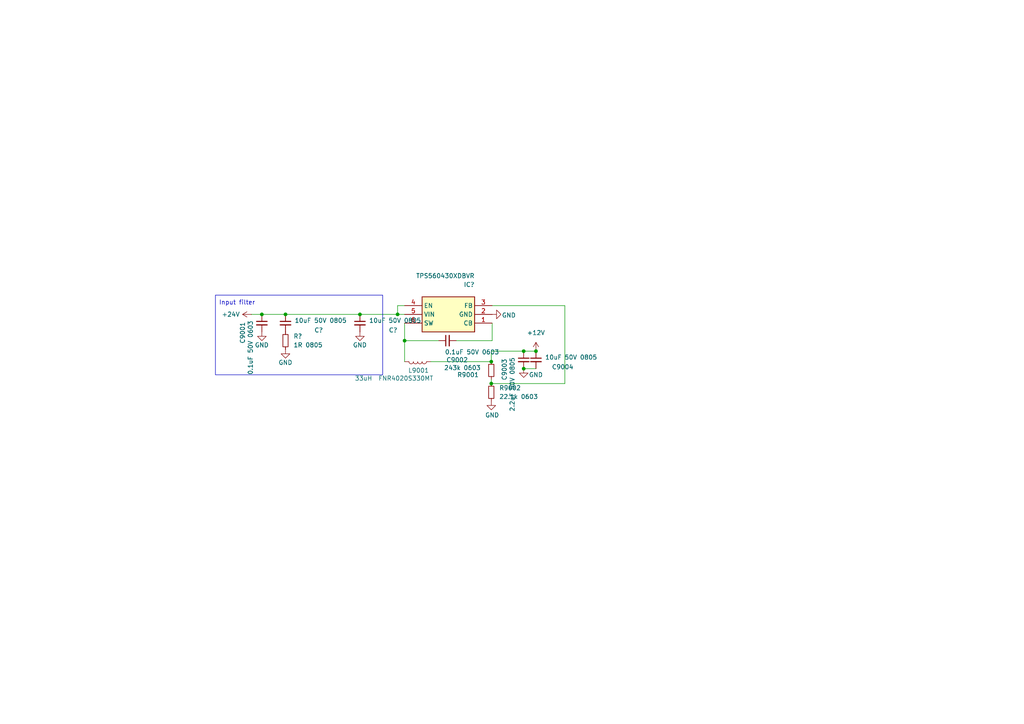
<source format=kicad_sch>
(kicad_sch (version 20231120) (generator "eeschema") (generator_version "8.0")
  (paper "A4")
  (lib_symbols
    (symbol "C_Small_1" (pin_numbers hide) (pin_names (offset 0.254) hide)
      (property "Reference" "C12002" (at 10.922 -2.032 0))
      (property "Value" "10uF 50V 0805" (at 17.78 0.762 0))
      (symbol "C_Small_1_0_1"
        (polyline (pts (xy -1.524 -0.508) (xy 1.524 -0.508)) (stroke (width 0.3302)))
        (polyline (pts (xy -1.524 0.508) (xy 1.524 0.508)) (stroke (width 0.3048)))
      )
      (symbol "C_Small_1_1_1"
        (pin passive line (at 0 2.54 270) (length 2.032) (name "~") (number "1"))
        (pin passive line (at 0 -2.54 90) (length 2.032) (name "~") (number "2"))
      )
    )
    (symbol "C_Small_2" (pin_numbers hide) (pin_names (offset 0.254) hide)
      (property "Reference" "C12003" (at 10.922 -2.032 0))
      (property "Value" "10uF 50V 0805" (at 17.78 0.762 0))
      (symbol "C_Small_2_0_1"
        (polyline (pts (xy -1.524 -0.508) (xy 1.524 -0.508)) (stroke (width 0.3302)))
        (polyline (pts (xy -1.524 0.508) (xy 1.524 0.508)) (stroke (width 0.3048)))
      )
      (symbol "C_Small_2_1_1"
        (pin passive line (at 0 2.54 270) (length 2.032) (name "~") (number "1"))
        (pin passive line (at 0 -2.54 90) (length 2.032) (name "~") (number "2"))
      )
    )
    (symbol "Device:C_Small" (pin_numbers hide) (pin_names (offset 0.254) hide)
      (property "Reference" "C" (at 0.254 1.778 0))
      (property "Value" "C_Small" (at 0.254 -2.032 0))
      (symbol "C_Small_0_1"
        (polyline (pts (xy -1.524 -0.508) (xy 1.524 -0.508)) (stroke (width 0.3302)))
        (polyline (pts (xy -1.524 0.508) (xy 1.524 0.508)) (stroke (width 0.3048)))
      )
      (symbol "C_Small_1_1"
        (pin passive line (at 0 2.54 270) (length 2.032) (name "~") (number "1"))
        (pin passive line (at 0 -2.54 90) (length 2.032) (name "~") (number "2"))
      )
    )
    (symbol "Device:L" (pin_numbers hide) (pin_names (offset 1.016) hide)
      (property "Reference" "L" (at -1.27 0 90))
      (property "Value" "L" (at 1.905 0 90))
      (symbol "L_0_1"
        (arc (start 0 -2.54) (mid 0.6323 -1.905) (end 0 -1.27))
        (arc (start 0 -1.27) (mid 0.6323 -0.635) (end 0 0))
        (arc (start 0 0) (mid 0.6323 0.635) (end 0 1.27))
        (arc (start 0 1.27) (mid 0.6323 1.905) (end 0 2.54))
      )
      (symbol "L_1_1"
        (pin passive line (at 0 3.81 270) (length 1.27) (name "1") (number "1"))
        (pin passive line (at 0 -3.81 90) (length 1.27) (name "2") (number "2"))
      )
    )
    (symbol "Device:R_Small" (pin_numbers hide) (pin_names (offset 0.254) hide)
      (property "Reference" "R" (at 0.762 0.508 0))
      (property "Value" "R_Small" (at 0.762 -1.016 0))
      (symbol "R_Small_0_1"
        (rectangle (start -0.762 1.778) (end 0.762 -1.778) (stroke (width 0.2032)))
      )
      (symbol "R_Small_1_1"
        (pin passive line (at 0 2.54 270) (length 0.762) (name "~") (number "1"))
        (pin passive line (at 0 -2.54 90) (length 0.762) (name "~") (number "2"))
      )
    )
    (symbol "R_Small_1" (pin_numbers hide) (pin_names (offset 0.254) hide)
      (property "Reference" "R12003" (at 2.286 1.2701 0))
      (property "Value" "1R 0805" (at 2.286 -1.2699 0))
      (symbol "R_Small_1_0_1"
        (rectangle (start -0.762 1.778) (end 0.762 -1.778) (stroke (width 0.2032)))
      )
      (symbol "R_Small_1_1_1"
        (pin passive line (at 0 2.54 270) (length 0.762) (name "~") (number "1"))
        (pin passive line (at 0 -2.54 90) (length 0.762) (name "~") (number "2"))
      )
    )
    (symbol "aaa:TPS560430XDBVR"
      (property "Reference" "IC12001" (at 5.08 -11.176 0))
      (property "Value" "TPS560430XDBVR" (at 5.08 -13.716 0))
      (symbol "TPS560430XDBVR_1_1"
        (rectangle (start 5.08 2.54) (end 20.32 -7.62) (stroke (width 0.254)) (fill (type background)))
        (pin passive line (at 0 0 0) (length 5.08) (name "CB") (number "1"))
        (pin passive line (at 0 -2.54 0) (length 5.08) (name "GND") (number "2"))
        (pin passive line (at 0 -5.08 0) (length 5.08) (name "FB") (number "3"))
        (pin passive line (at 25.4 -5.08 180) (length 5.08) (name "EN") (number "4"))
        (pin passive line (at 25.4 -2.54 180) (length 5.08) (name "VIN") (number "5"))
        (pin passive line (at 25.4 0 180) (length 5.08) (name "SW") (number "6"))
      )
    )
    (symbol "power:+12V" (power) (pin_numbers hide) (pin_names (offset 0) hide)
      (property "Value" "+12V" (at 0 3.556 0))
      (symbol "+12V_0_1"
        (polyline (pts (xy -0.762 1.27) (xy 0 2.54)))
        (polyline (pts (xy 0 0) (xy 0 2.54)))
        (polyline (pts (xy 0 2.54) (xy 0.762 1.27)))
      )
      (symbol "+12V_1_1"
        (pin power_in line (at 0 0 90) (length 0) (name "~") (number "1"))
      )
    )
    (symbol "power:+24V" (power) (pin_numbers hide) (pin_names (offset 0) hide)
      (property "Value" "+24V" (at 0 3.556 0))
      (symbol "+24V_0_1"
        (polyline (pts (xy -0.762 1.27) (xy 0 2.54)))
        (polyline (pts (xy 0 0) (xy 0 2.54)))
        (polyline (pts (xy 0 2.54) (xy 0.762 1.27)))
      )
      (symbol "+24V_1_1"
        (pin power_in line (at 0 0 90) (length 0) (name "~") (number "1"))
      )
    )
    (symbol "power:GND" (power) (pin_names (offset 0))
      (property "Value" "GND" (at 0 -3.81 0))
      (symbol "GND_0_1"
        (polyline (pts (xy 0 0) (xy 0 -1.27) (xy 1.27 -1.27) (xy 0 -2.54) (xy -1.27 -1.27) (xy 0 -1.27)))
      )
      (symbol "GND_1_1"
        (pin power_in line (at 0 0 270) (length 0) hide (name "GND") (number "1"))
      )
    )
  )
  (junction (at 155.448 101.854))
  (junction (at 115.316 91.186))
  (junction (at 117.348 98.806))
  (junction (at 82.804 91.186))
  (junction (at 151.892 101.854))
  (junction (at 151.892 106.934))
  (junction (at 142.494 104.902))
  (junction (at 75.946 91.186))
  (junction (at 142.494 111.252))
  (junction (at 104.394 91.186))
  (wire (pts (xy 142.494 104.902) (xy 142.494 101.854)))
  (wire (pts (xy 142.494 109.982) (xy 142.494 111.252)))
  (wire (pts (xy 142.494 101.854) (xy 151.892 101.854)))
  (wire (pts (xy 82.804 91.186) (xy 104.394 91.186)))
  (wire (pts (xy 117.348 88.646) (xy 115.316 88.646)))
  (wire (pts (xy 75.946 91.186) (xy 72.898 91.186)))
  (wire (pts (xy 82.804 91.186) (xy 75.946 91.186)))
  (wire (pts (xy 117.348 93.726) (xy 117.348 98.806)))
  (wire (pts (xy 117.348 104.902) (xy 117.348 98.806)))
  (wire (pts (xy 132.334 98.806) (xy 142.748 98.806)))
  (wire (pts (xy 115.316 88.646) (xy 115.316 91.186)))
  (wire (pts (xy 142.494 111.252) (xy 163.83 111.252)))
  (wire (pts (xy 142.748 88.646) (xy 163.83 88.646)))
  (wire (pts (xy 115.316 91.186) (xy 117.348 91.186)))
  (wire (pts (xy 104.394 91.186) (xy 115.316 91.186)))
  (wire (pts (xy 151.892 106.934) (xy 155.448 106.934)))
  (wire (pts (xy 163.83 111.252) (xy 163.83 88.646)))
  (wire (pts (xy 142.748 98.806) (xy 142.748 93.726)))
  (wire (pts (xy 124.968 104.902) (xy 142.494 104.902)))
  (wire (pts (xy 117.348 98.806) (xy 127.254 98.806)))
  (wire (pts (xy 151.892 101.854) (xy 155.448 101.854)))
  (rectangle (start 62.484 85.598) (end 110.998 108.712))
  (text "Input filter" (at 63.5 88.646 0) (effects (font (size 1.27 1.27)) (justify left bottom)))
  (symbol (lib_id "power:GND") (at 75.946 96.266 0) (unit 1)
    (property "Reference" "#PWR?" (effects (hide yes)))
    (property "Value" "GND" (at 77.978 100.076 0) (effects (justify right)))
  )
  (symbol (lib_id "Device:C_Small") (at 151.892 104.394 0) (unit 1)
    (property "Reference" "C9003" (at 146.304 107.188 90))
    (property "Value" "2.2uF 50V 0805" (at 148.59 111.506 90))
    (property "Footprint" "Capacitor_SMD:C_0805_2012Metric" (effects (hide yes)))
    (property "LCSC" "C377773" (effects (hide yes)))
  )
  (symbol (lib_id "aaa:TPS560430XDBVR") (at 142.748 93.726 180) (unit 1)
    (property "Reference" "IC?" (at 137.668 82.55 0) (effects (justify left)))
    (property "Value" "TPS560430XDBVR" (at 137.668 80.01 0) (effects (justify left)))
    (property "Footprint" "Package_TO_SOT_SMD:SOT-23-6" (effects (hide yes)))
    (property "Datasheet" "http://www.ti.com/lit/gpn/tps560430" (effects (hide yes)))
    (property "Description" "SIMPLE SWITCHER 36-V, 600-mA Buck Regulator With High-Efficiency Sleep Mode" (effects (hide yes)))
    (property "Height" "1.45" (effects (hide yes)))
    (property "Manufacturer_Name" "Texas Instruments" (effects (hide yes)))
    (property "Manufacturer_Part_Number" "TPS560430XDBVR" (effects (hide yes)))
    (property "Mouser Part Number" "595-TPS560430XDBVR" (effects (hide yes)))
    (property "Mouser Price/Stock" "https://www.mouser.co.uk/ProductDetail/Texas-Instruments/TPS560430XDBVR?qs=%252BEew9%252B0nqrDFUDwUxL0Ntw%3D%3D" (effects (hide yes)))
    (property "Arrow Part Number" "TPS560430XDBVR" (effects (hide yes)))
    (property "Arrow Price/Stock" "https://www.arrow.com/en/products/tps560430xdbvr/texas-instruments?region=nac" (effects (hide yes)))
  )
  (symbol (lib_id "power:GND") (at 104.394 96.266 0) (unit 1)
    (property "Reference" "#PWR?" (effects (hide yes)))
    (property "Value" "GND" (at 106.426 100.076 0) (effects (justify right)))
  )
  (symbol (lib_id "Device:L") (at 121.158 104.902 270) (unit 1)
    (property "Reference" "L9001" (at 121.412 107.442 90))
    (property "Value" "33uH  FNR4020S330MT" (at 114.3 109.728 90))
    (property "Footprint" "aaa:INDPM4040X300N" (effects (hide yes)))
    (property "Description" "Inductor" (effects (hide yes)))
    (property "LCSC" "C167840" (effects (hide yes)))
  )
  (symbol (lib_id "Device:R_Small") (at 142.494 113.792 0) (unit 1)
    (property "Reference" "R9002" (at 144.78 112.5219 0) (effects (justify left)))
    (property "Value" "22.1k 0603" (at 144.78 115.0619 0) (effects (justify left)))
    (property "Footprint" "Resistor_SMD:R_0603_1608Metric" (effects (hide yes)))
    (property "Description" "Resistor, small symbol" (effects (hide yes)))
    (property "LCSC" "C25961" (effects (hide yes)))
  )
  (symbol (lib_name "C_Small_2") (lib_id "Device:C_Small") (at 104.394 93.726 0) (unit 1)
    (property "Reference" "C?" (at 115.316 95.758 0) (effects (justify right)))
    (property "Value" "10uF 50V 0805" (at 122.174 92.964 0) (effects (justify right)))
    (property "Footprint" "Capacitor_SMD:C_0805_2012Metric" (effects (hide yes)))
    (property "LCSC" "C440198" (effects (hide yes)))
  )
  (symbol (lib_name "C_Small_1") (lib_id "Device:C_Small") (at 82.804 93.726 0) (unit 1)
    (property "Reference" "C?" (at 93.726 95.758 0) (effects (justify right)))
    (property "Value" "10uF 50V 0805" (at 100.584 92.964 0) (effects (justify right)))
    (property "Footprint" "Capacitor_SMD:C_0805_2012Metric" (effects (hide yes)))
    (property "LCSC" "C440198" (effects (hide yes)))
  )
  (symbol (lib_id "Device:C_Small") (at 75.946 93.726 0) (unit 1)
    (property "Reference" "C9001" (at 70.358 96.52 90))
    (property "Value" "0.1uF 50V 0603" (at 72.644 100.838 90))
    (property "Footprint" "Capacitor_SMD:C_0603_1608Metric" (effects (hide yes)))
    (property "Description" "Unpolarized capacitor, small symbol" (effects (hide yes)))
    (property "LCSC" "C14663" (effects (hide yes)))
  )
  (symbol (lib_id "Device:R_Small") (at 142.494 107.442 0) (unit 1)
    (property "Reference" "R9001" (at 132.588 108.712 0) (effects (justify left)))
    (property "Value" "243k 0603" (at 128.778 106.68 0) (effects (justify left)))
    (property "Footprint" "Resistor_SMD:R_0603_1608Metric" (effects (hide yes)))
    (property "Description" "Resistor, small symbol" (effects (hide yes)))
    (property "LCSC" "C23351" (effects (hide yes)))
  )
  (symbol (lib_id "power:GND") (at 142.748 91.186 90) (unit 1)
    (property "Reference" "#PWR?" (effects (hide yes)))
    (property "Value" "GND" (at 145.542 91.44 90) (effects (justify right)))
  )
  (symbol (lib_id "power:GND") (at 151.892 106.934 0) (unit 1)
    (property "Reference" "#PWR?" (effects (hide yes)))
    (property "Value" "GND" (at 157.48 108.712 0) (effects (justify right)))
  )
  (symbol (lib_id "Device:C_Small") (at 155.448 104.394 0) (unit 1)
    (property "Reference" "C9004" (at 166.37 106.426 0) (effects (justify right)))
    (property "Value" "10uF 50V 0805" (at 173.228 103.632 0) (effects (justify right)))
    (property "Footprint" "Capacitor_SMD:C_0805_2012Metric" (effects (hide yes)))
    (property "LCSC" "C440198" (effects (hide yes)))
  )
  (symbol (lib_id "power:+12V") (at 155.448 101.854 0) (unit 1)
    (property "Reference" "#PWR?" (effects (hide yes)))
    (property "Value" "+12V" (at 155.448 96.52 0))
    (property "Description" "Power symbol creates a global label with name \"+12V\"" (effects (hide yes)))
  )
  (symbol (lib_id "power:GND") (at 142.494 116.332 0) (unit 1)
    (property "Reference" "#PWR?" (effects (hide yes)))
    (property "Value" "GND" (at 144.78 120.396 0) (effects (justify right)))
  )
  (symbol (lib_id "Device:C_Small") (at 129.794 98.806 90) (unit 1)
    (property "Reference" "C9002" (at 132.588 104.394 90))
    (property "Value" "0.1uF 50V 0603" (at 136.906 102.108 90))
    (property "Footprint" "Capacitor_SMD:C_0603_1608Metric" (effects (hide yes)))
    (property "Description" "Unpolarized capacitor, small symbol" (effects (hide yes)))
    (property "LCSC" "C14663" (effects (hide yes)))
  )
  (symbol (lib_id "power:+24V") (at 72.898 91.186 90) (unit 1)
    (property "Reference" "#PWR?" (effects (hide yes)))
    (property "Value" "+24V" (at 69.596 91.1859 90) (effects (justify left)))
    (property "Description" "Power symbol creates a global label with name \"+24V\"" (effects (hide yes)))
  )
  (symbol (lib_id "power:GND") (at 82.804 101.346 0) (unit 1)
    (property "Reference" "#PWR?" (effects (hide yes)))
    (property "Value" "GND" (at 84.836 105.156 0) (effects (justify right)))
  )
  (symbol (lib_name "R_Small_1") (lib_id "Device:R_Small") (at 82.804 98.806 0) (unit 1)
    (property "Reference" "R?" (at 85.09 97.5359 0) (effects (justify left)))
    (property "Value" "1R 0805" (at 85.09 100.0759 0) (effects (justify left)))
    (property "Footprint" "Resistor_SMD:R_0805_2012Metric" (effects (hide yes)))
    (property "Description" "Resistor, small symbol" (effects (hide yes)))
    (property "LCSC" "C25271" (effects (hide yes)))
  )
)
</source>
